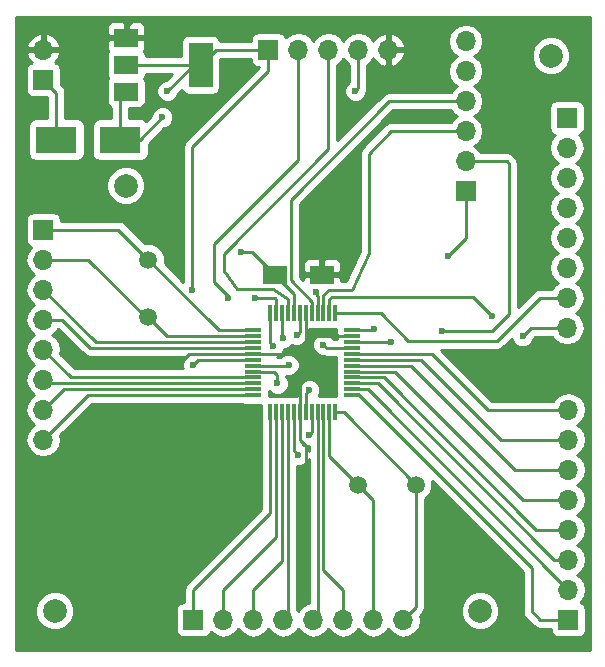
<source format=gtl>
G04 #@! TF.FileFunction,Copper,L1,Top,Signal*
%FSLAX46Y46*%
G04 Gerber Fmt 4.6, Leading zero omitted, Abs format (unit mm)*
G04 Created by KiCad (PCBNEW 4.0.6) date 02/19/18 18:11:22*
%MOMM*%
%LPD*%
G01*
G04 APERTURE LIST*
%ADD10C,0.100000*%
%ADD11C,2.000000*%
%ADD12R,3.500000X2.300000*%
%ADD13R,2.000000X3.800000*%
%ADD14R,2.000000X1.500000*%
%ADD15R,2.000000X1.600000*%
%ADD16R,1.700000X1.700000*%
%ADD17O,1.700000X1.700000*%
%ADD18R,1.450000X0.300000*%
%ADD19R,0.300000X1.450000*%
%ADD20C,1.500000*%
%ADD21C,0.600000*%
%ADD22C,0.250000*%
%ADD23C,0.254000*%
G04 APERTURE END LIST*
D10*
D11*
X156000000Y-64000000D03*
D12*
X119540000Y-71120000D03*
X114140000Y-71120000D03*
D13*
X126340000Y-64770000D03*
D14*
X120040000Y-64770000D03*
X120040000Y-67070000D03*
X120040000Y-62470000D03*
D15*
X132620000Y-82550000D03*
X136620000Y-82550000D03*
D16*
X113030000Y-66040000D03*
D17*
X113030000Y-63500000D03*
D18*
X130800000Y-87250000D03*
X130800000Y-87750000D03*
X130800000Y-88250000D03*
X130800000Y-88750000D03*
X130800000Y-89250000D03*
X130800000Y-89750000D03*
X130800000Y-90250000D03*
X130800000Y-90750000D03*
X130800000Y-91250000D03*
X130800000Y-92250000D03*
X130800000Y-92750000D03*
D19*
X132250000Y-94200000D03*
X132750000Y-94200000D03*
X133250000Y-94200000D03*
X133750000Y-94200000D03*
X134250000Y-94200000D03*
X134750000Y-94200000D03*
X135250000Y-94200000D03*
X135750000Y-94200000D03*
X136250000Y-94200000D03*
X136750000Y-94200000D03*
X137250000Y-94200000D03*
X137750000Y-94200000D03*
D18*
X130800000Y-91750000D03*
X139170000Y-92750000D03*
X139200000Y-92250000D03*
X139200000Y-91750000D03*
X139200000Y-91250000D03*
X139200000Y-90750000D03*
X139200000Y-90250000D03*
X139200000Y-89750000D03*
X139200000Y-89250000D03*
X139200000Y-88750000D03*
X139200000Y-87750000D03*
X139200000Y-87250000D03*
X139200000Y-88250000D03*
D19*
X137750000Y-85800000D03*
X137250000Y-85800000D03*
X136750000Y-85800000D03*
X136250000Y-85800000D03*
X135750000Y-85800000D03*
X135250000Y-85800000D03*
X134750000Y-85800000D03*
X134250000Y-85800000D03*
X133750000Y-85800000D03*
X133250000Y-85800000D03*
X132750000Y-85800000D03*
X132250000Y-85800000D03*
D20*
X121920000Y-81280000D03*
X121920000Y-86160000D03*
X139700000Y-100330000D03*
X144580000Y-100330000D03*
D16*
X113030000Y-78740000D03*
D17*
X113030000Y-81280000D03*
X113030000Y-83820000D03*
X113030000Y-86360000D03*
X113030000Y-88900000D03*
X113030000Y-91440000D03*
X113030000Y-93980000D03*
X113030000Y-96520000D03*
D16*
X125730000Y-111760000D03*
D17*
X128270000Y-111760000D03*
X130810000Y-111760000D03*
X133350000Y-111760000D03*
X135890000Y-111760000D03*
X138430000Y-111760000D03*
X140970000Y-111760000D03*
X143510000Y-111760000D03*
D16*
X148780500Y-75476100D03*
D17*
X148780500Y-72936100D03*
X148780500Y-70396100D03*
X148780500Y-67856100D03*
X148780500Y-65316100D03*
X148780500Y-62776100D03*
D16*
X157480000Y-111760000D03*
D17*
X157480000Y-109220000D03*
X157480000Y-106680000D03*
X157480000Y-104140000D03*
X157480000Y-101600000D03*
X157480000Y-99060000D03*
X157480000Y-96520000D03*
X157480000Y-93980000D03*
D16*
X157353000Y-69253100D03*
D17*
X157353000Y-71793100D03*
X157353000Y-74333100D03*
X157353000Y-76873100D03*
X157353000Y-79413100D03*
X157353000Y-81953100D03*
X157353000Y-84493100D03*
X157353000Y-87033100D03*
D16*
X132080000Y-63500000D03*
D17*
X134620000Y-63500000D03*
X137160000Y-63500000D03*
X139700000Y-63500000D03*
X142240000Y-63500000D03*
D11*
X114000000Y-111000000D03*
X150000000Y-111000000D03*
X120000000Y-75000000D03*
D21*
X135255000Y-99529900D03*
X124460000Y-90170000D03*
X125653800Y-83883500D03*
X123532900Y-66992500D03*
X125730000Y-90170000D03*
X136105900Y-83997800D03*
X139446000Y-67005200D03*
X134467600Y-87655400D03*
X129781300Y-80645000D03*
X141020800Y-87109300D03*
X134620000Y-97790000D03*
X123113800Y-69215000D03*
X147332700Y-80924400D03*
X136728200Y-88468200D03*
X142443200Y-88239600D03*
X146812000Y-87337900D03*
X133324600Y-87922100D03*
X128663700Y-84480400D03*
X130962400Y-84505800D03*
X132511800Y-88620600D03*
X133807200Y-90182700D03*
X132854700Y-91757500D03*
X135559800Y-92303600D03*
X135496300Y-96088200D03*
X153619200Y-87757000D03*
X150990300Y-86004400D03*
D22*
X139200000Y-87750000D02*
X135325500Y-87750000D01*
X135325500Y-87750000D02*
X135250000Y-87825500D01*
X130800000Y-89250000D02*
X134995400Y-89250000D01*
X134995400Y-89250000D02*
X135250000Y-89504600D01*
X135250000Y-85800000D02*
X135250000Y-87825500D01*
X135250000Y-87825500D02*
X135250000Y-89504600D01*
X135250000Y-89504600D02*
X135250000Y-90937000D01*
X135250000Y-90937000D02*
X134750000Y-91437000D01*
X134750000Y-91437000D02*
X134750000Y-94200000D01*
X134750000Y-94200000D02*
X134750000Y-96535700D01*
X135255000Y-97040700D02*
X135255000Y-99529900D01*
X134750000Y-96535700D02*
X135255000Y-97040700D01*
X130800000Y-89250000D02*
X125380000Y-89250000D01*
X125380000Y-89250000D02*
X124460000Y-90170000D01*
X142240000Y-63500000D02*
X142240000Y-60960000D01*
X120040000Y-61570000D02*
X120040000Y-62470000D01*
X120650000Y-60960000D02*
X120040000Y-61570000D01*
X142240000Y-60960000D02*
X120650000Y-60960000D01*
X113030000Y-63500000D02*
X113030000Y-60960000D01*
X113030000Y-60960000D02*
X114540000Y-62470000D01*
X114540000Y-62470000D02*
X120040000Y-62470000D01*
X132080000Y-63500000D02*
X132080000Y-65278000D01*
X125653800Y-71704200D02*
X125653800Y-83883500D01*
X132080000Y-65278000D02*
X125653800Y-71704200D01*
X123532900Y-66992500D02*
X125755400Y-64770000D01*
X125755400Y-64770000D02*
X126340000Y-64770000D01*
X130800000Y-89750000D02*
X126150000Y-89750000D01*
X126150000Y-89750000D02*
X125730000Y-90170000D01*
X132080000Y-63500000D02*
X127610000Y-63500000D01*
X127610000Y-63500000D02*
X126340000Y-64770000D01*
X120040000Y-64770000D02*
X126340000Y-64770000D01*
X113030000Y-78740000D02*
X119380000Y-78740000D01*
X119380000Y-78740000D02*
X121920000Y-81280000D01*
X127890000Y-87250000D02*
X130800000Y-87250000D01*
X119380000Y-78740000D02*
X127890000Y-87250000D01*
X130800000Y-87750000D02*
X123510000Y-87750000D01*
X123510000Y-87750000D02*
X121920000Y-86160000D01*
X121920000Y-86160000D02*
X121720000Y-86160000D01*
X121720000Y-86160000D02*
X116840000Y-81280000D01*
X116840000Y-81280000D02*
X113030000Y-81280000D01*
X140970000Y-111760000D02*
X140970000Y-101600000D01*
X140970000Y-101600000D02*
X139700000Y-100330000D01*
X137250000Y-94200000D02*
X137250000Y-97880000D01*
X137250000Y-97880000D02*
X139700000Y-100330000D01*
X144580000Y-100330000D02*
X144580000Y-110690000D01*
X144580000Y-110690000D02*
X143510000Y-111760000D01*
X137750000Y-94200000D02*
X138450000Y-94200000D01*
X138450000Y-94200000D02*
X144580000Y-100330000D01*
X136250000Y-85800000D02*
X136250000Y-84437900D01*
X136250000Y-84437900D02*
X136105900Y-83997800D01*
X139700000Y-66751200D02*
X139700000Y-63500000D01*
X139446000Y-67005200D02*
X139700000Y-66751200D01*
X134750000Y-85800000D02*
X134750000Y-87373000D01*
X134750000Y-87373000D02*
X134467600Y-87655400D01*
X132620000Y-82550000D02*
X134250000Y-84180000D01*
X134250000Y-85800000D02*
X134250000Y-84180000D01*
X130715000Y-80645000D02*
X129781300Y-80645000D01*
X134250000Y-84180000D02*
X130715000Y-80645000D01*
X140880100Y-87250000D02*
X139200000Y-87250000D01*
X141020800Y-87109300D02*
X140880100Y-87250000D01*
X134250000Y-94200000D02*
X134250000Y-97420000D01*
X134250000Y-97420000D02*
X134620000Y-97790000D01*
X119540000Y-71120000D02*
X121208800Y-71120000D01*
X121208800Y-71120000D02*
X123113800Y-69215000D01*
X119540000Y-71120000D02*
X119540000Y-67570000D01*
X119540000Y-67570000D02*
X120040000Y-67070000D01*
X114140000Y-71120000D02*
X114140000Y-67150000D01*
X114140000Y-67150000D02*
X113030000Y-66040000D01*
X130800000Y-88250000D02*
X117460000Y-88250000D01*
X117460000Y-88250000D02*
X113030000Y-83820000D01*
X130800000Y-88750000D02*
X116990000Y-88750000D01*
X114600000Y-86360000D02*
X113030000Y-86360000D01*
X116990000Y-88750000D02*
X114600000Y-86360000D01*
X130800000Y-91250000D02*
X115380000Y-91250000D01*
X115380000Y-91250000D02*
X113030000Y-88900000D01*
X130800000Y-91750000D02*
X113340000Y-91750000D01*
X113340000Y-91750000D02*
X113030000Y-91440000D01*
X130800000Y-92250000D02*
X114760000Y-92250000D01*
X114760000Y-92250000D02*
X113030000Y-93980000D01*
X130800000Y-92750000D02*
X116800000Y-92750000D01*
X116800000Y-92750000D02*
X113030000Y-96520000D01*
X132250000Y-94200000D02*
X132250000Y-102700000D01*
X125730000Y-109220000D02*
X125730000Y-111760000D01*
X132250000Y-102700000D02*
X125730000Y-109220000D01*
X132750000Y-94200000D02*
X132750000Y-104740000D01*
X128270000Y-109220000D02*
X128270000Y-111760000D01*
X132750000Y-104740000D02*
X128270000Y-109220000D01*
X133250000Y-94200000D02*
X133250000Y-106780000D01*
X130810000Y-109220000D02*
X130810000Y-111760000D01*
X133250000Y-106780000D02*
X130810000Y-109220000D01*
X133750000Y-94200000D02*
X133750000Y-111360000D01*
X133750000Y-111360000D02*
X133350000Y-111760000D01*
X136250000Y-94200000D02*
X136250000Y-111400000D01*
X136250000Y-111400000D02*
X135890000Y-111760000D01*
X136750000Y-94200000D02*
X136750000Y-107540000D01*
X138430000Y-109220000D02*
X138430000Y-111760000D01*
X136750000Y-107540000D02*
X138430000Y-109220000D01*
X139200000Y-88750000D02*
X137010000Y-88750000D01*
X148780500Y-79476600D02*
X148780500Y-75476100D01*
X147332700Y-80924400D02*
X148780500Y-79476600D01*
X137010000Y-88750000D02*
X136728200Y-88468200D01*
X148780500Y-72936100D02*
X152247600Y-72936100D01*
X142432800Y-88250000D02*
X139200000Y-88250000D01*
X142443200Y-88239600D02*
X142432800Y-88250000D01*
X151003000Y-87337900D02*
X146812000Y-87337900D01*
X152463500Y-85877400D02*
X151003000Y-87337900D01*
X152463500Y-73152000D02*
X152463500Y-85877400D01*
X152247600Y-72936100D02*
X152463500Y-73152000D01*
X146850100Y-70370700D02*
X148755100Y-70370700D01*
X148755100Y-70370700D02*
X148780500Y-70396100D01*
X136750000Y-85800000D02*
X136750000Y-84280800D01*
X142430500Y-70370700D02*
X146850100Y-70370700D01*
X146850100Y-70370700D02*
X146913600Y-70370700D01*
X140589000Y-72351900D02*
X142430500Y-70370700D01*
X140589000Y-80695800D02*
X140589000Y-72351900D01*
X139192000Y-83845400D02*
X140589000Y-80695800D01*
X137185400Y-83845400D02*
X139192000Y-83845400D01*
X136750000Y-84280800D02*
X137185400Y-83845400D01*
X135750000Y-85800000D02*
X135750000Y-84823000D01*
X142316200Y-67856100D02*
X148780500Y-67856100D01*
X133959600Y-76212700D02*
X142316200Y-67856100D01*
X133959600Y-83032600D02*
X133959600Y-76212700D01*
X135750000Y-84823000D02*
X133959600Y-83032600D01*
X133750000Y-85800000D02*
X133750000Y-84613700D01*
X137160000Y-71945500D02*
X137160000Y-63500000D01*
X128333500Y-80772000D02*
X137160000Y-71945500D01*
X128333500Y-82245200D02*
X128333500Y-80772000D01*
X129463800Y-83769200D02*
X128333500Y-82245200D01*
X132511800Y-83769200D02*
X129463800Y-83769200D01*
X133750000Y-84613700D02*
X132511800Y-83769200D01*
X134620000Y-63500000D02*
X134620000Y-72796400D01*
X133250000Y-87847500D02*
X133250000Y-85800000D01*
X133324600Y-87922100D02*
X133250000Y-87847500D01*
X128663700Y-84353400D02*
X128663700Y-84480400D01*
X127469900Y-83159600D02*
X128663700Y-84353400D01*
X127469900Y-79946500D02*
X127469900Y-83159600D01*
X134620000Y-72796400D02*
X127469900Y-79946500D01*
X139170000Y-92750000D02*
X139765400Y-92750000D01*
X139765400Y-92750000D02*
X154381200Y-107365800D01*
X154381200Y-107365800D02*
X154381200Y-111061500D01*
X154381200Y-111061500D02*
X155079700Y-111760000D01*
X155079700Y-111760000D02*
X157480000Y-111760000D01*
X139200000Y-92250000D02*
X140510000Y-92250000D01*
X140510000Y-92250000D02*
X157480000Y-109220000D01*
X139200000Y-91750000D02*
X141356200Y-91750000D01*
X156286200Y-106680000D02*
X157480000Y-106680000D01*
X141356200Y-91750000D02*
X156286200Y-106680000D01*
X139200000Y-91250000D02*
X141884900Y-91250000D01*
X154774900Y-104140000D02*
X157480000Y-104140000D01*
X141884900Y-91250000D02*
X154774900Y-104140000D01*
X139200000Y-90750000D02*
X142794600Y-90750000D01*
X153644600Y-101600000D02*
X157480000Y-101600000D01*
X142794600Y-90750000D02*
X153644600Y-101600000D01*
X139200000Y-90250000D02*
X144123400Y-90250000D01*
X152933400Y-99060000D02*
X157480000Y-99060000D01*
X144123400Y-90250000D02*
X152933400Y-99060000D01*
X139200000Y-89750000D02*
X144995000Y-89750000D01*
X151765000Y-96520000D02*
X157480000Y-96520000D01*
X144995000Y-89750000D02*
X151765000Y-96520000D01*
X139200000Y-89250000D02*
X145942800Y-89250000D01*
X150672800Y-93980000D02*
X157480000Y-93980000D01*
X145942800Y-89250000D02*
X150672800Y-93980000D01*
X132750000Y-85800000D02*
X132750000Y-84642400D01*
X132613400Y-84505800D02*
X130962400Y-84505800D01*
X132750000Y-84642400D02*
X132613400Y-84505800D01*
X132250000Y-85800000D02*
X132250000Y-88358800D01*
X132250000Y-88358800D02*
X132511800Y-88620600D01*
X130800000Y-90250000D02*
X133739900Y-90250000D01*
X133739900Y-90250000D02*
X133807200Y-90182700D01*
X130800000Y-90750000D02*
X132545700Y-90750000D01*
X132854700Y-91059000D02*
X132854700Y-91757500D01*
X132545700Y-90750000D02*
X132854700Y-91059000D01*
X135250000Y-94200000D02*
X135250000Y-92613400D01*
X135250000Y-92613400D02*
X135559800Y-92303600D01*
X135750000Y-94200000D02*
X135750000Y-95834500D01*
X135750000Y-95834500D02*
X135496300Y-96088200D01*
X137750000Y-85800000D02*
X141578400Y-85800000D01*
X155079700Y-84493100D02*
X157353000Y-84493100D01*
X151409400Y-88163400D02*
X155079700Y-84493100D01*
X143941800Y-88163400D02*
X151409400Y-88163400D01*
X141578400Y-85800000D02*
X143941800Y-88163400D01*
X137250000Y-85800000D02*
X137250000Y-84631700D01*
X154343100Y-87033100D02*
X157353000Y-87033100D01*
X153619200Y-87757000D02*
X154343100Y-87033100D01*
X149415500Y-84429600D02*
X150990300Y-86004400D01*
X137452100Y-84429600D02*
X149415500Y-84429600D01*
X137250000Y-84631700D02*
X137452100Y-84429600D01*
D23*
G36*
X159290000Y-114290000D02*
X110710000Y-114290000D01*
X110710000Y-111323795D01*
X112364716Y-111323795D01*
X112613106Y-111924943D01*
X113072637Y-112385278D01*
X113673352Y-112634716D01*
X114323795Y-112635284D01*
X114924943Y-112386894D01*
X115385278Y-111927363D01*
X115634716Y-111326648D01*
X115635284Y-110676205D01*
X115386894Y-110075057D01*
X114927363Y-109614722D01*
X114326648Y-109365284D01*
X113676205Y-109364716D01*
X113075057Y-109613106D01*
X112614722Y-110072637D01*
X112365284Y-110673352D01*
X112364716Y-111323795D01*
X110710000Y-111323795D01*
X110710000Y-81280000D01*
X111515907Y-81280000D01*
X111628946Y-81848285D01*
X111950853Y-82330054D01*
X112280026Y-82550000D01*
X111950853Y-82769946D01*
X111628946Y-83251715D01*
X111515907Y-83820000D01*
X111628946Y-84388285D01*
X111950853Y-84870054D01*
X112280026Y-85090000D01*
X111950853Y-85309946D01*
X111628946Y-85791715D01*
X111515907Y-86360000D01*
X111628946Y-86928285D01*
X111950853Y-87410054D01*
X112280026Y-87630000D01*
X111950853Y-87849946D01*
X111628946Y-88331715D01*
X111515907Y-88900000D01*
X111628946Y-89468285D01*
X111950853Y-89950054D01*
X112280026Y-90170000D01*
X111950853Y-90389946D01*
X111628946Y-90871715D01*
X111515907Y-91440000D01*
X111628946Y-92008285D01*
X111950853Y-92490054D01*
X112280026Y-92710000D01*
X111950853Y-92929946D01*
X111628946Y-93411715D01*
X111515907Y-93980000D01*
X111628946Y-94548285D01*
X111950853Y-95030054D01*
X112280026Y-95250000D01*
X111950853Y-95469946D01*
X111628946Y-95951715D01*
X111515907Y-96520000D01*
X111628946Y-97088285D01*
X111950853Y-97570054D01*
X112432622Y-97891961D01*
X113000907Y-98005000D01*
X113059093Y-98005000D01*
X113627378Y-97891961D01*
X114109147Y-97570054D01*
X114431054Y-97088285D01*
X114544093Y-96520000D01*
X114471210Y-96153592D01*
X117114802Y-93510000D01*
X129890116Y-93510000D01*
X130075000Y-93547440D01*
X131452560Y-93547440D01*
X131452560Y-94925000D01*
X131490000Y-95123976D01*
X131490000Y-102385198D01*
X125192599Y-108682599D01*
X125027852Y-108929161D01*
X124970000Y-109220000D01*
X124970000Y-110262560D01*
X124880000Y-110262560D01*
X124644683Y-110306838D01*
X124428559Y-110445910D01*
X124283569Y-110658110D01*
X124232560Y-110910000D01*
X124232560Y-112610000D01*
X124276838Y-112845317D01*
X124415910Y-113061441D01*
X124628110Y-113206431D01*
X124880000Y-113257440D01*
X126580000Y-113257440D01*
X126815317Y-113213162D01*
X127031441Y-113074090D01*
X127176431Y-112861890D01*
X127190086Y-112794459D01*
X127219946Y-112839147D01*
X127701715Y-113161054D01*
X128270000Y-113274093D01*
X128838285Y-113161054D01*
X129320054Y-112839147D01*
X129540000Y-112509974D01*
X129759946Y-112839147D01*
X130241715Y-113161054D01*
X130810000Y-113274093D01*
X131378285Y-113161054D01*
X131860054Y-112839147D01*
X132080000Y-112509974D01*
X132299946Y-112839147D01*
X132781715Y-113161054D01*
X133350000Y-113274093D01*
X133918285Y-113161054D01*
X134400054Y-112839147D01*
X134620000Y-112509974D01*
X134839946Y-112839147D01*
X135321715Y-113161054D01*
X135890000Y-113274093D01*
X136458285Y-113161054D01*
X136940054Y-112839147D01*
X137160000Y-112509974D01*
X137379946Y-112839147D01*
X137861715Y-113161054D01*
X138430000Y-113274093D01*
X138998285Y-113161054D01*
X139480054Y-112839147D01*
X139700000Y-112509974D01*
X139919946Y-112839147D01*
X140401715Y-113161054D01*
X140970000Y-113274093D01*
X141538285Y-113161054D01*
X142020054Y-112839147D01*
X142240000Y-112509974D01*
X142459946Y-112839147D01*
X142941715Y-113161054D01*
X143510000Y-113274093D01*
X144078285Y-113161054D01*
X144560054Y-112839147D01*
X144881961Y-112357378D01*
X144995000Y-111789093D01*
X144995000Y-111730907D01*
X144931771Y-111413031D01*
X145021007Y-111323795D01*
X148364716Y-111323795D01*
X148613106Y-111924943D01*
X149072637Y-112385278D01*
X149673352Y-112634716D01*
X150323795Y-112635284D01*
X150924943Y-112386894D01*
X151385278Y-111927363D01*
X151634716Y-111326648D01*
X151635284Y-110676205D01*
X151386894Y-110075057D01*
X150927363Y-109614722D01*
X150326648Y-109365284D01*
X149676205Y-109364716D01*
X149075057Y-109613106D01*
X148614722Y-110072637D01*
X148365284Y-110673352D01*
X148364716Y-111323795D01*
X145021007Y-111323795D01*
X145117401Y-111227401D01*
X145282148Y-110980839D01*
X145340000Y-110690000D01*
X145340000Y-101514547D01*
X145363515Y-101504831D01*
X145753461Y-101115564D01*
X145964759Y-100606702D01*
X145965240Y-100055715D01*
X145943361Y-100002763D01*
X153621200Y-107680602D01*
X153621200Y-111061500D01*
X153679052Y-111352339D01*
X153843799Y-111598901D01*
X154542299Y-112297401D01*
X154788860Y-112462148D01*
X155079700Y-112520000D01*
X155982560Y-112520000D01*
X155982560Y-112610000D01*
X156026838Y-112845317D01*
X156165910Y-113061441D01*
X156378110Y-113206431D01*
X156630000Y-113257440D01*
X158330000Y-113257440D01*
X158565317Y-113213162D01*
X158781441Y-113074090D01*
X158926431Y-112861890D01*
X158977440Y-112610000D01*
X158977440Y-110910000D01*
X158933162Y-110674683D01*
X158794090Y-110458559D01*
X158581890Y-110313569D01*
X158514459Y-110299914D01*
X158559147Y-110270054D01*
X158881054Y-109788285D01*
X158994093Y-109220000D01*
X158881054Y-108651715D01*
X158559147Y-108169946D01*
X158229974Y-107950000D01*
X158559147Y-107730054D01*
X158881054Y-107248285D01*
X158994093Y-106680000D01*
X158881054Y-106111715D01*
X158559147Y-105629946D01*
X158229974Y-105410000D01*
X158559147Y-105190054D01*
X158881054Y-104708285D01*
X158994093Y-104140000D01*
X158881054Y-103571715D01*
X158559147Y-103089946D01*
X158229974Y-102870000D01*
X158559147Y-102650054D01*
X158881054Y-102168285D01*
X158994093Y-101600000D01*
X158881054Y-101031715D01*
X158559147Y-100549946D01*
X158229974Y-100330000D01*
X158559147Y-100110054D01*
X158881054Y-99628285D01*
X158994093Y-99060000D01*
X158881054Y-98491715D01*
X158559147Y-98009946D01*
X158229974Y-97790000D01*
X158559147Y-97570054D01*
X158881054Y-97088285D01*
X158994093Y-96520000D01*
X158881054Y-95951715D01*
X158559147Y-95469946D01*
X158229974Y-95250000D01*
X158559147Y-95030054D01*
X158881054Y-94548285D01*
X158994093Y-93980000D01*
X158881054Y-93411715D01*
X158559147Y-92929946D01*
X158077378Y-92608039D01*
X157509093Y-92495000D01*
X157450907Y-92495000D01*
X156882622Y-92608039D01*
X156400853Y-92929946D01*
X156207046Y-93220000D01*
X150987602Y-93220000D01*
X146691002Y-88923400D01*
X151409400Y-88923400D01*
X151700239Y-88865548D01*
X151946801Y-88700801D01*
X152690294Y-87957308D01*
X152826083Y-88285943D01*
X153088873Y-88549192D01*
X153432401Y-88691838D01*
X153804367Y-88692162D01*
X154148143Y-88550117D01*
X154411392Y-88287327D01*
X154554038Y-87943799D01*
X154554079Y-87896923D01*
X154657902Y-87793100D01*
X156080046Y-87793100D01*
X156273853Y-88083154D01*
X156755622Y-88405061D01*
X157323907Y-88518100D01*
X157382093Y-88518100D01*
X157950378Y-88405061D01*
X158432147Y-88083154D01*
X158754054Y-87601385D01*
X158867093Y-87033100D01*
X158754054Y-86464815D01*
X158432147Y-85983046D01*
X158102974Y-85763100D01*
X158432147Y-85543154D01*
X158754054Y-85061385D01*
X158867093Y-84493100D01*
X158754054Y-83924815D01*
X158432147Y-83443046D01*
X158102974Y-83223100D01*
X158432147Y-83003154D01*
X158754054Y-82521385D01*
X158867093Y-81953100D01*
X158754054Y-81384815D01*
X158432147Y-80903046D01*
X158102974Y-80683100D01*
X158432147Y-80463154D01*
X158754054Y-79981385D01*
X158867093Y-79413100D01*
X158754054Y-78844815D01*
X158432147Y-78363046D01*
X158102974Y-78143100D01*
X158432147Y-77923154D01*
X158754054Y-77441385D01*
X158867093Y-76873100D01*
X158754054Y-76304815D01*
X158432147Y-75823046D01*
X158102974Y-75603100D01*
X158432147Y-75383154D01*
X158754054Y-74901385D01*
X158867093Y-74333100D01*
X158754054Y-73764815D01*
X158432147Y-73283046D01*
X158102974Y-73063100D01*
X158432147Y-72843154D01*
X158754054Y-72361385D01*
X158867093Y-71793100D01*
X158754054Y-71224815D01*
X158432147Y-70743046D01*
X158390548Y-70715250D01*
X158438317Y-70706262D01*
X158654441Y-70567190D01*
X158799431Y-70354990D01*
X158850440Y-70103100D01*
X158850440Y-68403100D01*
X158806162Y-68167783D01*
X158667090Y-67951659D01*
X158454890Y-67806669D01*
X158203000Y-67755660D01*
X156503000Y-67755660D01*
X156267683Y-67799938D01*
X156051559Y-67939010D01*
X155906569Y-68151210D01*
X155855560Y-68403100D01*
X155855560Y-70103100D01*
X155899838Y-70338417D01*
X156038910Y-70554541D01*
X156251110Y-70699531D01*
X156318541Y-70713186D01*
X156273853Y-70743046D01*
X155951946Y-71224815D01*
X155838907Y-71793100D01*
X155951946Y-72361385D01*
X156273853Y-72843154D01*
X156603026Y-73063100D01*
X156273853Y-73283046D01*
X155951946Y-73764815D01*
X155838907Y-74333100D01*
X155951946Y-74901385D01*
X156273853Y-75383154D01*
X156603026Y-75603100D01*
X156273853Y-75823046D01*
X155951946Y-76304815D01*
X155838907Y-76873100D01*
X155951946Y-77441385D01*
X156273853Y-77923154D01*
X156603026Y-78143100D01*
X156273853Y-78363046D01*
X155951946Y-78844815D01*
X155838907Y-79413100D01*
X155951946Y-79981385D01*
X156273853Y-80463154D01*
X156603026Y-80683100D01*
X156273853Y-80903046D01*
X155951946Y-81384815D01*
X155838907Y-81953100D01*
X155951946Y-82521385D01*
X156273853Y-83003154D01*
X156603026Y-83223100D01*
X156273853Y-83443046D01*
X156080046Y-83733100D01*
X155079700Y-83733100D01*
X154788861Y-83790952D01*
X154542299Y-83955699D01*
X153223500Y-85274498D01*
X153223500Y-73152000D01*
X153165648Y-72861161D01*
X153000901Y-72614599D01*
X152785001Y-72398699D01*
X152538439Y-72233952D01*
X152247600Y-72176100D01*
X150053454Y-72176100D01*
X149859647Y-71886046D01*
X149530474Y-71666100D01*
X149859647Y-71446154D01*
X150181554Y-70964385D01*
X150294593Y-70396100D01*
X150181554Y-69827815D01*
X149859647Y-69346046D01*
X149530474Y-69126100D01*
X149859647Y-68906154D01*
X150181554Y-68424385D01*
X150294593Y-67856100D01*
X150181554Y-67287815D01*
X149859647Y-66806046D01*
X149530474Y-66586100D01*
X149859647Y-66366154D01*
X150181554Y-65884385D01*
X150294593Y-65316100D01*
X150181554Y-64747815D01*
X149898234Y-64323795D01*
X154364716Y-64323795D01*
X154613106Y-64924943D01*
X155072637Y-65385278D01*
X155673352Y-65634716D01*
X156323795Y-65635284D01*
X156924943Y-65386894D01*
X157385278Y-64927363D01*
X157634716Y-64326648D01*
X157635284Y-63676205D01*
X157386894Y-63075057D01*
X156927363Y-62614722D01*
X156326648Y-62365284D01*
X155676205Y-62364716D01*
X155075057Y-62613106D01*
X154614722Y-63072637D01*
X154365284Y-63673352D01*
X154364716Y-64323795D01*
X149898234Y-64323795D01*
X149859647Y-64266046D01*
X149530474Y-64046100D01*
X149859647Y-63826154D01*
X150181554Y-63344385D01*
X150294593Y-62776100D01*
X150181554Y-62207815D01*
X149859647Y-61726046D01*
X149377878Y-61404139D01*
X148809593Y-61291100D01*
X148751407Y-61291100D01*
X148183122Y-61404139D01*
X147701353Y-61726046D01*
X147379446Y-62207815D01*
X147266407Y-62776100D01*
X147379446Y-63344385D01*
X147701353Y-63826154D01*
X148030526Y-64046100D01*
X147701353Y-64266046D01*
X147379446Y-64747815D01*
X147266407Y-65316100D01*
X147379446Y-65884385D01*
X147701353Y-66366154D01*
X148030526Y-66586100D01*
X147701353Y-66806046D01*
X147507546Y-67096100D01*
X142316200Y-67096100D01*
X142025361Y-67153952D01*
X141778799Y-67318699D01*
X137920000Y-71177498D01*
X137920000Y-64772954D01*
X138210054Y-64579147D01*
X138430000Y-64249974D01*
X138649946Y-64579147D01*
X138940000Y-64772954D01*
X138940000Y-66202603D01*
X138917057Y-66212083D01*
X138653808Y-66474873D01*
X138511162Y-66818401D01*
X138510838Y-67190367D01*
X138652883Y-67534143D01*
X138915673Y-67797392D01*
X139259201Y-67940038D01*
X139631167Y-67940362D01*
X139974943Y-67798317D01*
X140238192Y-67535527D01*
X140380838Y-67191999D01*
X140380941Y-67073779D01*
X140402148Y-67042040D01*
X140460000Y-66751200D01*
X140460000Y-64772954D01*
X140750054Y-64579147D01*
X140977702Y-64238447D01*
X141044817Y-64381358D01*
X141473076Y-64771645D01*
X141883110Y-64941476D01*
X142113000Y-64820155D01*
X142113000Y-63627000D01*
X142367000Y-63627000D01*
X142367000Y-64820155D01*
X142596890Y-64941476D01*
X143006924Y-64771645D01*
X143435183Y-64381358D01*
X143681486Y-63856892D01*
X143560819Y-63627000D01*
X142367000Y-63627000D01*
X142113000Y-63627000D01*
X142093000Y-63627000D01*
X142093000Y-63373000D01*
X142113000Y-63373000D01*
X142113000Y-62179845D01*
X142367000Y-62179845D01*
X142367000Y-63373000D01*
X143560819Y-63373000D01*
X143681486Y-63143108D01*
X143435183Y-62618642D01*
X143006924Y-62228355D01*
X142596890Y-62058524D01*
X142367000Y-62179845D01*
X142113000Y-62179845D01*
X141883110Y-62058524D01*
X141473076Y-62228355D01*
X141044817Y-62618642D01*
X140977702Y-62761553D01*
X140750054Y-62420853D01*
X140268285Y-62098946D01*
X139700000Y-61985907D01*
X139131715Y-62098946D01*
X138649946Y-62420853D01*
X138430000Y-62750026D01*
X138210054Y-62420853D01*
X137728285Y-62098946D01*
X137160000Y-61985907D01*
X136591715Y-62098946D01*
X136109946Y-62420853D01*
X135890000Y-62750026D01*
X135670054Y-62420853D01*
X135188285Y-62098946D01*
X134620000Y-61985907D01*
X134051715Y-62098946D01*
X133569946Y-62420853D01*
X133542150Y-62462452D01*
X133533162Y-62414683D01*
X133394090Y-62198559D01*
X133181890Y-62053569D01*
X132930000Y-62002560D01*
X131230000Y-62002560D01*
X130994683Y-62046838D01*
X130778559Y-62185910D01*
X130633569Y-62398110D01*
X130582560Y-62650000D01*
X130582560Y-62740000D01*
X127962979Y-62740000D01*
X127943162Y-62634683D01*
X127804090Y-62418559D01*
X127591890Y-62273569D01*
X127340000Y-62222560D01*
X125340000Y-62222560D01*
X125104683Y-62266838D01*
X124888559Y-62405910D01*
X124743569Y-62618110D01*
X124692560Y-62870000D01*
X124692560Y-64010000D01*
X121685558Y-64010000D01*
X121643162Y-63784683D01*
X121537518Y-63620508D01*
X121578327Y-63579699D01*
X121675000Y-63346310D01*
X121675000Y-62755750D01*
X121516250Y-62597000D01*
X120167000Y-62597000D01*
X120167000Y-62617000D01*
X119913000Y-62617000D01*
X119913000Y-62597000D01*
X118563750Y-62597000D01*
X118405000Y-62755750D01*
X118405000Y-63346310D01*
X118501673Y-63579699D01*
X118543634Y-63621660D01*
X118443569Y-63768110D01*
X118392560Y-64020000D01*
X118392560Y-65520000D01*
X118436838Y-65755317D01*
X118543759Y-65921477D01*
X118443569Y-66068110D01*
X118392560Y-66320000D01*
X118392560Y-67820000D01*
X118436838Y-68055317D01*
X118575910Y-68271441D01*
X118780000Y-68410890D01*
X118780000Y-69322560D01*
X117790000Y-69322560D01*
X117554683Y-69366838D01*
X117338559Y-69505910D01*
X117193569Y-69718110D01*
X117142560Y-69970000D01*
X117142560Y-72270000D01*
X117186838Y-72505317D01*
X117325910Y-72721441D01*
X117538110Y-72866431D01*
X117790000Y-72917440D01*
X121290000Y-72917440D01*
X121525317Y-72873162D01*
X121741441Y-72734090D01*
X121886431Y-72521890D01*
X121937440Y-72270000D01*
X121937440Y-71466162D01*
X123253480Y-70150122D01*
X123298967Y-70150162D01*
X123642743Y-70008117D01*
X123905992Y-69745327D01*
X124048638Y-69401799D01*
X124048962Y-69029833D01*
X123906917Y-68686057D01*
X123644127Y-68422808D01*
X123300599Y-68280162D01*
X122928633Y-68279838D01*
X122584857Y-68421883D01*
X122321608Y-68684673D01*
X122178962Y-69028201D01*
X122178921Y-69075077D01*
X121743010Y-69510988D01*
X121541890Y-69373569D01*
X121290000Y-69322560D01*
X120300000Y-69322560D01*
X120300000Y-68467440D01*
X121040000Y-68467440D01*
X121275317Y-68423162D01*
X121491441Y-68284090D01*
X121636431Y-68071890D01*
X121687440Y-67820000D01*
X121687440Y-66320000D01*
X121643162Y-66084683D01*
X121536241Y-65918523D01*
X121636431Y-65771890D01*
X121685415Y-65530000D01*
X123920598Y-65530000D01*
X123393220Y-66057378D01*
X123347733Y-66057338D01*
X123003957Y-66199383D01*
X122740708Y-66462173D01*
X122598062Y-66805701D01*
X122597738Y-67177667D01*
X122739783Y-67521443D01*
X123002573Y-67784692D01*
X123346101Y-67927338D01*
X123718067Y-67927662D01*
X124061843Y-67785617D01*
X124325092Y-67522827D01*
X124467738Y-67179299D01*
X124467779Y-67132423D01*
X124730194Y-66870008D01*
X124736838Y-66905317D01*
X124875910Y-67121441D01*
X125088110Y-67266431D01*
X125340000Y-67317440D01*
X127340000Y-67317440D01*
X127575317Y-67273162D01*
X127791441Y-67134090D01*
X127936431Y-66921890D01*
X127987440Y-66670000D01*
X127987440Y-64260000D01*
X130582560Y-64260000D01*
X130582560Y-64350000D01*
X130626838Y-64585317D01*
X130765910Y-64801441D01*
X130978110Y-64946431D01*
X131230000Y-64997440D01*
X131285758Y-64997440D01*
X125116399Y-71166799D01*
X124951652Y-71413361D01*
X124893800Y-71704200D01*
X124893800Y-83178998D01*
X123295002Y-81580200D01*
X123304759Y-81556702D01*
X123305240Y-81005715D01*
X123094831Y-80496485D01*
X122705564Y-80106539D01*
X122196702Y-79895241D01*
X121645715Y-79894760D01*
X121620132Y-79905330D01*
X119917401Y-78202599D01*
X119670839Y-78037852D01*
X119380000Y-77980000D01*
X114527440Y-77980000D01*
X114527440Y-77890000D01*
X114483162Y-77654683D01*
X114344090Y-77438559D01*
X114131890Y-77293569D01*
X113880000Y-77242560D01*
X112180000Y-77242560D01*
X111944683Y-77286838D01*
X111728559Y-77425910D01*
X111583569Y-77638110D01*
X111532560Y-77890000D01*
X111532560Y-79590000D01*
X111576838Y-79825317D01*
X111715910Y-80041441D01*
X111928110Y-80186431D01*
X111995541Y-80200086D01*
X111950853Y-80229946D01*
X111628946Y-80711715D01*
X111515907Y-81280000D01*
X110710000Y-81280000D01*
X110710000Y-75323795D01*
X118364716Y-75323795D01*
X118613106Y-75924943D01*
X119072637Y-76385278D01*
X119673352Y-76634716D01*
X120323795Y-76635284D01*
X120924943Y-76386894D01*
X121385278Y-75927363D01*
X121634716Y-75326648D01*
X121635284Y-74676205D01*
X121386894Y-74075057D01*
X120927363Y-73614722D01*
X120326648Y-73365284D01*
X119676205Y-73364716D01*
X119075057Y-73613106D01*
X118614722Y-74072637D01*
X118365284Y-74673352D01*
X118364716Y-75323795D01*
X110710000Y-75323795D01*
X110710000Y-65190000D01*
X111532560Y-65190000D01*
X111532560Y-66890000D01*
X111576838Y-67125317D01*
X111715910Y-67341441D01*
X111928110Y-67486431D01*
X112180000Y-67537440D01*
X113380000Y-67537440D01*
X113380000Y-69322560D01*
X112390000Y-69322560D01*
X112154683Y-69366838D01*
X111938559Y-69505910D01*
X111793569Y-69718110D01*
X111742560Y-69970000D01*
X111742560Y-72270000D01*
X111786838Y-72505317D01*
X111925910Y-72721441D01*
X112138110Y-72866431D01*
X112390000Y-72917440D01*
X115890000Y-72917440D01*
X116125317Y-72873162D01*
X116341441Y-72734090D01*
X116486431Y-72521890D01*
X116537440Y-72270000D01*
X116537440Y-69970000D01*
X116493162Y-69734683D01*
X116354090Y-69518559D01*
X116141890Y-69373569D01*
X115890000Y-69322560D01*
X114900000Y-69322560D01*
X114900000Y-67150000D01*
X114842148Y-66859161D01*
X114677401Y-66612599D01*
X114527440Y-66462638D01*
X114527440Y-65190000D01*
X114483162Y-64954683D01*
X114344090Y-64738559D01*
X114131890Y-64593569D01*
X114023893Y-64571699D01*
X114301645Y-64266924D01*
X114471476Y-63856890D01*
X114350155Y-63627000D01*
X113157000Y-63627000D01*
X113157000Y-63647000D01*
X112903000Y-63647000D01*
X112903000Y-63627000D01*
X111709845Y-63627000D01*
X111588524Y-63856890D01*
X111758355Y-64266924D01*
X112034501Y-64569937D01*
X111944683Y-64586838D01*
X111728559Y-64725910D01*
X111583569Y-64938110D01*
X111532560Y-65190000D01*
X110710000Y-65190000D01*
X110710000Y-63143110D01*
X111588524Y-63143110D01*
X111709845Y-63373000D01*
X112903000Y-63373000D01*
X112903000Y-62179181D01*
X113157000Y-62179181D01*
X113157000Y-63373000D01*
X114350155Y-63373000D01*
X114471476Y-63143110D01*
X114301645Y-62733076D01*
X113911358Y-62304817D01*
X113386892Y-62058514D01*
X113157000Y-62179181D01*
X112903000Y-62179181D01*
X112673108Y-62058514D01*
X112148642Y-62304817D01*
X111758355Y-62733076D01*
X111588524Y-63143110D01*
X110710000Y-63143110D01*
X110710000Y-61593690D01*
X118405000Y-61593690D01*
X118405000Y-62184250D01*
X118563750Y-62343000D01*
X119913000Y-62343000D01*
X119913000Y-61243750D01*
X120167000Y-61243750D01*
X120167000Y-62343000D01*
X121516250Y-62343000D01*
X121675000Y-62184250D01*
X121675000Y-61593690D01*
X121578327Y-61360301D01*
X121399698Y-61181673D01*
X121166309Y-61085000D01*
X120325750Y-61085000D01*
X120167000Y-61243750D01*
X119913000Y-61243750D01*
X119754250Y-61085000D01*
X118913691Y-61085000D01*
X118680302Y-61181673D01*
X118501673Y-61360301D01*
X118405000Y-61593690D01*
X110710000Y-61593690D01*
X110710000Y-60710000D01*
X159290000Y-60710000D01*
X159290000Y-114290000D01*
X159290000Y-114290000D01*
G37*
X159290000Y-114290000D02*
X110710000Y-114290000D01*
X110710000Y-111323795D01*
X112364716Y-111323795D01*
X112613106Y-111924943D01*
X113072637Y-112385278D01*
X113673352Y-112634716D01*
X114323795Y-112635284D01*
X114924943Y-112386894D01*
X115385278Y-111927363D01*
X115634716Y-111326648D01*
X115635284Y-110676205D01*
X115386894Y-110075057D01*
X114927363Y-109614722D01*
X114326648Y-109365284D01*
X113676205Y-109364716D01*
X113075057Y-109613106D01*
X112614722Y-110072637D01*
X112365284Y-110673352D01*
X112364716Y-111323795D01*
X110710000Y-111323795D01*
X110710000Y-81280000D01*
X111515907Y-81280000D01*
X111628946Y-81848285D01*
X111950853Y-82330054D01*
X112280026Y-82550000D01*
X111950853Y-82769946D01*
X111628946Y-83251715D01*
X111515907Y-83820000D01*
X111628946Y-84388285D01*
X111950853Y-84870054D01*
X112280026Y-85090000D01*
X111950853Y-85309946D01*
X111628946Y-85791715D01*
X111515907Y-86360000D01*
X111628946Y-86928285D01*
X111950853Y-87410054D01*
X112280026Y-87630000D01*
X111950853Y-87849946D01*
X111628946Y-88331715D01*
X111515907Y-88900000D01*
X111628946Y-89468285D01*
X111950853Y-89950054D01*
X112280026Y-90170000D01*
X111950853Y-90389946D01*
X111628946Y-90871715D01*
X111515907Y-91440000D01*
X111628946Y-92008285D01*
X111950853Y-92490054D01*
X112280026Y-92710000D01*
X111950853Y-92929946D01*
X111628946Y-93411715D01*
X111515907Y-93980000D01*
X111628946Y-94548285D01*
X111950853Y-95030054D01*
X112280026Y-95250000D01*
X111950853Y-95469946D01*
X111628946Y-95951715D01*
X111515907Y-96520000D01*
X111628946Y-97088285D01*
X111950853Y-97570054D01*
X112432622Y-97891961D01*
X113000907Y-98005000D01*
X113059093Y-98005000D01*
X113627378Y-97891961D01*
X114109147Y-97570054D01*
X114431054Y-97088285D01*
X114544093Y-96520000D01*
X114471210Y-96153592D01*
X117114802Y-93510000D01*
X129890116Y-93510000D01*
X130075000Y-93547440D01*
X131452560Y-93547440D01*
X131452560Y-94925000D01*
X131490000Y-95123976D01*
X131490000Y-102385198D01*
X125192599Y-108682599D01*
X125027852Y-108929161D01*
X124970000Y-109220000D01*
X124970000Y-110262560D01*
X124880000Y-110262560D01*
X124644683Y-110306838D01*
X124428559Y-110445910D01*
X124283569Y-110658110D01*
X124232560Y-110910000D01*
X124232560Y-112610000D01*
X124276838Y-112845317D01*
X124415910Y-113061441D01*
X124628110Y-113206431D01*
X124880000Y-113257440D01*
X126580000Y-113257440D01*
X126815317Y-113213162D01*
X127031441Y-113074090D01*
X127176431Y-112861890D01*
X127190086Y-112794459D01*
X127219946Y-112839147D01*
X127701715Y-113161054D01*
X128270000Y-113274093D01*
X128838285Y-113161054D01*
X129320054Y-112839147D01*
X129540000Y-112509974D01*
X129759946Y-112839147D01*
X130241715Y-113161054D01*
X130810000Y-113274093D01*
X131378285Y-113161054D01*
X131860054Y-112839147D01*
X132080000Y-112509974D01*
X132299946Y-112839147D01*
X132781715Y-113161054D01*
X133350000Y-113274093D01*
X133918285Y-113161054D01*
X134400054Y-112839147D01*
X134620000Y-112509974D01*
X134839946Y-112839147D01*
X135321715Y-113161054D01*
X135890000Y-113274093D01*
X136458285Y-113161054D01*
X136940054Y-112839147D01*
X137160000Y-112509974D01*
X137379946Y-112839147D01*
X137861715Y-113161054D01*
X138430000Y-113274093D01*
X138998285Y-113161054D01*
X139480054Y-112839147D01*
X139700000Y-112509974D01*
X139919946Y-112839147D01*
X140401715Y-113161054D01*
X140970000Y-113274093D01*
X141538285Y-113161054D01*
X142020054Y-112839147D01*
X142240000Y-112509974D01*
X142459946Y-112839147D01*
X142941715Y-113161054D01*
X143510000Y-113274093D01*
X144078285Y-113161054D01*
X144560054Y-112839147D01*
X144881961Y-112357378D01*
X144995000Y-111789093D01*
X144995000Y-111730907D01*
X144931771Y-111413031D01*
X145021007Y-111323795D01*
X148364716Y-111323795D01*
X148613106Y-111924943D01*
X149072637Y-112385278D01*
X149673352Y-112634716D01*
X150323795Y-112635284D01*
X150924943Y-112386894D01*
X151385278Y-111927363D01*
X151634716Y-111326648D01*
X151635284Y-110676205D01*
X151386894Y-110075057D01*
X150927363Y-109614722D01*
X150326648Y-109365284D01*
X149676205Y-109364716D01*
X149075057Y-109613106D01*
X148614722Y-110072637D01*
X148365284Y-110673352D01*
X148364716Y-111323795D01*
X145021007Y-111323795D01*
X145117401Y-111227401D01*
X145282148Y-110980839D01*
X145340000Y-110690000D01*
X145340000Y-101514547D01*
X145363515Y-101504831D01*
X145753461Y-101115564D01*
X145964759Y-100606702D01*
X145965240Y-100055715D01*
X145943361Y-100002763D01*
X153621200Y-107680602D01*
X153621200Y-111061500D01*
X153679052Y-111352339D01*
X153843799Y-111598901D01*
X154542299Y-112297401D01*
X154788860Y-112462148D01*
X155079700Y-112520000D01*
X155982560Y-112520000D01*
X155982560Y-112610000D01*
X156026838Y-112845317D01*
X156165910Y-113061441D01*
X156378110Y-113206431D01*
X156630000Y-113257440D01*
X158330000Y-113257440D01*
X158565317Y-113213162D01*
X158781441Y-113074090D01*
X158926431Y-112861890D01*
X158977440Y-112610000D01*
X158977440Y-110910000D01*
X158933162Y-110674683D01*
X158794090Y-110458559D01*
X158581890Y-110313569D01*
X158514459Y-110299914D01*
X158559147Y-110270054D01*
X158881054Y-109788285D01*
X158994093Y-109220000D01*
X158881054Y-108651715D01*
X158559147Y-108169946D01*
X158229974Y-107950000D01*
X158559147Y-107730054D01*
X158881054Y-107248285D01*
X158994093Y-106680000D01*
X158881054Y-106111715D01*
X158559147Y-105629946D01*
X158229974Y-105410000D01*
X158559147Y-105190054D01*
X158881054Y-104708285D01*
X158994093Y-104140000D01*
X158881054Y-103571715D01*
X158559147Y-103089946D01*
X158229974Y-102870000D01*
X158559147Y-102650054D01*
X158881054Y-102168285D01*
X158994093Y-101600000D01*
X158881054Y-101031715D01*
X158559147Y-100549946D01*
X158229974Y-100330000D01*
X158559147Y-100110054D01*
X158881054Y-99628285D01*
X158994093Y-99060000D01*
X158881054Y-98491715D01*
X158559147Y-98009946D01*
X158229974Y-97790000D01*
X158559147Y-97570054D01*
X158881054Y-97088285D01*
X158994093Y-96520000D01*
X158881054Y-95951715D01*
X158559147Y-95469946D01*
X158229974Y-95250000D01*
X158559147Y-95030054D01*
X158881054Y-94548285D01*
X158994093Y-93980000D01*
X158881054Y-93411715D01*
X158559147Y-92929946D01*
X158077378Y-92608039D01*
X157509093Y-92495000D01*
X157450907Y-92495000D01*
X156882622Y-92608039D01*
X156400853Y-92929946D01*
X156207046Y-93220000D01*
X150987602Y-93220000D01*
X146691002Y-88923400D01*
X151409400Y-88923400D01*
X151700239Y-88865548D01*
X151946801Y-88700801D01*
X152690294Y-87957308D01*
X152826083Y-88285943D01*
X153088873Y-88549192D01*
X153432401Y-88691838D01*
X153804367Y-88692162D01*
X154148143Y-88550117D01*
X154411392Y-88287327D01*
X154554038Y-87943799D01*
X154554079Y-87896923D01*
X154657902Y-87793100D01*
X156080046Y-87793100D01*
X156273853Y-88083154D01*
X156755622Y-88405061D01*
X157323907Y-88518100D01*
X157382093Y-88518100D01*
X157950378Y-88405061D01*
X158432147Y-88083154D01*
X158754054Y-87601385D01*
X158867093Y-87033100D01*
X158754054Y-86464815D01*
X158432147Y-85983046D01*
X158102974Y-85763100D01*
X158432147Y-85543154D01*
X158754054Y-85061385D01*
X158867093Y-84493100D01*
X158754054Y-83924815D01*
X158432147Y-83443046D01*
X158102974Y-83223100D01*
X158432147Y-83003154D01*
X158754054Y-82521385D01*
X158867093Y-81953100D01*
X158754054Y-81384815D01*
X158432147Y-80903046D01*
X158102974Y-80683100D01*
X158432147Y-80463154D01*
X158754054Y-79981385D01*
X158867093Y-79413100D01*
X158754054Y-78844815D01*
X158432147Y-78363046D01*
X158102974Y-78143100D01*
X158432147Y-77923154D01*
X158754054Y-77441385D01*
X158867093Y-76873100D01*
X158754054Y-76304815D01*
X158432147Y-75823046D01*
X158102974Y-75603100D01*
X158432147Y-75383154D01*
X158754054Y-74901385D01*
X158867093Y-74333100D01*
X158754054Y-73764815D01*
X158432147Y-73283046D01*
X158102974Y-73063100D01*
X158432147Y-72843154D01*
X158754054Y-72361385D01*
X158867093Y-71793100D01*
X158754054Y-71224815D01*
X158432147Y-70743046D01*
X158390548Y-70715250D01*
X158438317Y-70706262D01*
X158654441Y-70567190D01*
X158799431Y-70354990D01*
X158850440Y-70103100D01*
X158850440Y-68403100D01*
X158806162Y-68167783D01*
X158667090Y-67951659D01*
X158454890Y-67806669D01*
X158203000Y-67755660D01*
X156503000Y-67755660D01*
X156267683Y-67799938D01*
X156051559Y-67939010D01*
X155906569Y-68151210D01*
X155855560Y-68403100D01*
X155855560Y-70103100D01*
X155899838Y-70338417D01*
X156038910Y-70554541D01*
X156251110Y-70699531D01*
X156318541Y-70713186D01*
X156273853Y-70743046D01*
X155951946Y-71224815D01*
X155838907Y-71793100D01*
X155951946Y-72361385D01*
X156273853Y-72843154D01*
X156603026Y-73063100D01*
X156273853Y-73283046D01*
X155951946Y-73764815D01*
X155838907Y-74333100D01*
X155951946Y-74901385D01*
X156273853Y-75383154D01*
X156603026Y-75603100D01*
X156273853Y-75823046D01*
X155951946Y-76304815D01*
X155838907Y-76873100D01*
X155951946Y-77441385D01*
X156273853Y-77923154D01*
X156603026Y-78143100D01*
X156273853Y-78363046D01*
X155951946Y-78844815D01*
X155838907Y-79413100D01*
X155951946Y-79981385D01*
X156273853Y-80463154D01*
X156603026Y-80683100D01*
X156273853Y-80903046D01*
X155951946Y-81384815D01*
X155838907Y-81953100D01*
X155951946Y-82521385D01*
X156273853Y-83003154D01*
X156603026Y-83223100D01*
X156273853Y-83443046D01*
X156080046Y-83733100D01*
X155079700Y-83733100D01*
X154788861Y-83790952D01*
X154542299Y-83955699D01*
X153223500Y-85274498D01*
X153223500Y-73152000D01*
X153165648Y-72861161D01*
X153000901Y-72614599D01*
X152785001Y-72398699D01*
X152538439Y-72233952D01*
X152247600Y-72176100D01*
X150053454Y-72176100D01*
X149859647Y-71886046D01*
X149530474Y-71666100D01*
X149859647Y-71446154D01*
X150181554Y-70964385D01*
X150294593Y-70396100D01*
X150181554Y-69827815D01*
X149859647Y-69346046D01*
X149530474Y-69126100D01*
X149859647Y-68906154D01*
X150181554Y-68424385D01*
X150294593Y-67856100D01*
X150181554Y-67287815D01*
X149859647Y-66806046D01*
X149530474Y-66586100D01*
X149859647Y-66366154D01*
X150181554Y-65884385D01*
X150294593Y-65316100D01*
X150181554Y-64747815D01*
X149898234Y-64323795D01*
X154364716Y-64323795D01*
X154613106Y-64924943D01*
X155072637Y-65385278D01*
X155673352Y-65634716D01*
X156323795Y-65635284D01*
X156924943Y-65386894D01*
X157385278Y-64927363D01*
X157634716Y-64326648D01*
X157635284Y-63676205D01*
X157386894Y-63075057D01*
X156927363Y-62614722D01*
X156326648Y-62365284D01*
X155676205Y-62364716D01*
X155075057Y-62613106D01*
X154614722Y-63072637D01*
X154365284Y-63673352D01*
X154364716Y-64323795D01*
X149898234Y-64323795D01*
X149859647Y-64266046D01*
X149530474Y-64046100D01*
X149859647Y-63826154D01*
X150181554Y-63344385D01*
X150294593Y-62776100D01*
X150181554Y-62207815D01*
X149859647Y-61726046D01*
X149377878Y-61404139D01*
X148809593Y-61291100D01*
X148751407Y-61291100D01*
X148183122Y-61404139D01*
X147701353Y-61726046D01*
X147379446Y-62207815D01*
X147266407Y-62776100D01*
X147379446Y-63344385D01*
X147701353Y-63826154D01*
X148030526Y-64046100D01*
X147701353Y-64266046D01*
X147379446Y-64747815D01*
X147266407Y-65316100D01*
X147379446Y-65884385D01*
X147701353Y-66366154D01*
X148030526Y-66586100D01*
X147701353Y-66806046D01*
X147507546Y-67096100D01*
X142316200Y-67096100D01*
X142025361Y-67153952D01*
X141778799Y-67318699D01*
X137920000Y-71177498D01*
X137920000Y-64772954D01*
X138210054Y-64579147D01*
X138430000Y-64249974D01*
X138649946Y-64579147D01*
X138940000Y-64772954D01*
X138940000Y-66202603D01*
X138917057Y-66212083D01*
X138653808Y-66474873D01*
X138511162Y-66818401D01*
X138510838Y-67190367D01*
X138652883Y-67534143D01*
X138915673Y-67797392D01*
X139259201Y-67940038D01*
X139631167Y-67940362D01*
X139974943Y-67798317D01*
X140238192Y-67535527D01*
X140380838Y-67191999D01*
X140380941Y-67073779D01*
X140402148Y-67042040D01*
X140460000Y-66751200D01*
X140460000Y-64772954D01*
X140750054Y-64579147D01*
X140977702Y-64238447D01*
X141044817Y-64381358D01*
X141473076Y-64771645D01*
X141883110Y-64941476D01*
X142113000Y-64820155D01*
X142113000Y-63627000D01*
X142367000Y-63627000D01*
X142367000Y-64820155D01*
X142596890Y-64941476D01*
X143006924Y-64771645D01*
X143435183Y-64381358D01*
X143681486Y-63856892D01*
X143560819Y-63627000D01*
X142367000Y-63627000D01*
X142113000Y-63627000D01*
X142093000Y-63627000D01*
X142093000Y-63373000D01*
X142113000Y-63373000D01*
X142113000Y-62179845D01*
X142367000Y-62179845D01*
X142367000Y-63373000D01*
X143560819Y-63373000D01*
X143681486Y-63143108D01*
X143435183Y-62618642D01*
X143006924Y-62228355D01*
X142596890Y-62058524D01*
X142367000Y-62179845D01*
X142113000Y-62179845D01*
X141883110Y-62058524D01*
X141473076Y-62228355D01*
X141044817Y-62618642D01*
X140977702Y-62761553D01*
X140750054Y-62420853D01*
X140268285Y-62098946D01*
X139700000Y-61985907D01*
X139131715Y-62098946D01*
X138649946Y-62420853D01*
X138430000Y-62750026D01*
X138210054Y-62420853D01*
X137728285Y-62098946D01*
X137160000Y-61985907D01*
X136591715Y-62098946D01*
X136109946Y-62420853D01*
X135890000Y-62750026D01*
X135670054Y-62420853D01*
X135188285Y-62098946D01*
X134620000Y-61985907D01*
X134051715Y-62098946D01*
X133569946Y-62420853D01*
X133542150Y-62462452D01*
X133533162Y-62414683D01*
X133394090Y-62198559D01*
X133181890Y-62053569D01*
X132930000Y-62002560D01*
X131230000Y-62002560D01*
X130994683Y-62046838D01*
X130778559Y-62185910D01*
X130633569Y-62398110D01*
X130582560Y-62650000D01*
X130582560Y-62740000D01*
X127962979Y-62740000D01*
X127943162Y-62634683D01*
X127804090Y-62418559D01*
X127591890Y-62273569D01*
X127340000Y-62222560D01*
X125340000Y-62222560D01*
X125104683Y-62266838D01*
X124888559Y-62405910D01*
X124743569Y-62618110D01*
X124692560Y-62870000D01*
X124692560Y-64010000D01*
X121685558Y-64010000D01*
X121643162Y-63784683D01*
X121537518Y-63620508D01*
X121578327Y-63579699D01*
X121675000Y-63346310D01*
X121675000Y-62755750D01*
X121516250Y-62597000D01*
X120167000Y-62597000D01*
X120167000Y-62617000D01*
X119913000Y-62617000D01*
X119913000Y-62597000D01*
X118563750Y-62597000D01*
X118405000Y-62755750D01*
X118405000Y-63346310D01*
X118501673Y-63579699D01*
X118543634Y-63621660D01*
X118443569Y-63768110D01*
X118392560Y-64020000D01*
X118392560Y-65520000D01*
X118436838Y-65755317D01*
X118543759Y-65921477D01*
X118443569Y-66068110D01*
X118392560Y-66320000D01*
X118392560Y-67820000D01*
X118436838Y-68055317D01*
X118575910Y-68271441D01*
X118780000Y-68410890D01*
X118780000Y-69322560D01*
X117790000Y-69322560D01*
X117554683Y-69366838D01*
X117338559Y-69505910D01*
X117193569Y-69718110D01*
X117142560Y-69970000D01*
X117142560Y-72270000D01*
X117186838Y-72505317D01*
X117325910Y-72721441D01*
X117538110Y-72866431D01*
X117790000Y-72917440D01*
X121290000Y-72917440D01*
X121525317Y-72873162D01*
X121741441Y-72734090D01*
X121886431Y-72521890D01*
X121937440Y-72270000D01*
X121937440Y-71466162D01*
X123253480Y-70150122D01*
X123298967Y-70150162D01*
X123642743Y-70008117D01*
X123905992Y-69745327D01*
X124048638Y-69401799D01*
X124048962Y-69029833D01*
X123906917Y-68686057D01*
X123644127Y-68422808D01*
X123300599Y-68280162D01*
X122928633Y-68279838D01*
X122584857Y-68421883D01*
X122321608Y-68684673D01*
X122178962Y-69028201D01*
X122178921Y-69075077D01*
X121743010Y-69510988D01*
X121541890Y-69373569D01*
X121290000Y-69322560D01*
X120300000Y-69322560D01*
X120300000Y-68467440D01*
X121040000Y-68467440D01*
X121275317Y-68423162D01*
X121491441Y-68284090D01*
X121636431Y-68071890D01*
X121687440Y-67820000D01*
X121687440Y-66320000D01*
X121643162Y-66084683D01*
X121536241Y-65918523D01*
X121636431Y-65771890D01*
X121685415Y-65530000D01*
X123920598Y-65530000D01*
X123393220Y-66057378D01*
X123347733Y-66057338D01*
X123003957Y-66199383D01*
X122740708Y-66462173D01*
X122598062Y-66805701D01*
X122597738Y-67177667D01*
X122739783Y-67521443D01*
X123002573Y-67784692D01*
X123346101Y-67927338D01*
X123718067Y-67927662D01*
X124061843Y-67785617D01*
X124325092Y-67522827D01*
X124467738Y-67179299D01*
X124467779Y-67132423D01*
X124730194Y-66870008D01*
X124736838Y-66905317D01*
X124875910Y-67121441D01*
X125088110Y-67266431D01*
X125340000Y-67317440D01*
X127340000Y-67317440D01*
X127575317Y-67273162D01*
X127791441Y-67134090D01*
X127936431Y-66921890D01*
X127987440Y-66670000D01*
X127987440Y-64260000D01*
X130582560Y-64260000D01*
X130582560Y-64350000D01*
X130626838Y-64585317D01*
X130765910Y-64801441D01*
X130978110Y-64946431D01*
X131230000Y-64997440D01*
X131285758Y-64997440D01*
X125116399Y-71166799D01*
X124951652Y-71413361D01*
X124893800Y-71704200D01*
X124893800Y-83178998D01*
X123295002Y-81580200D01*
X123304759Y-81556702D01*
X123305240Y-81005715D01*
X123094831Y-80496485D01*
X122705564Y-80106539D01*
X122196702Y-79895241D01*
X121645715Y-79894760D01*
X121620132Y-79905330D01*
X119917401Y-78202599D01*
X119670839Y-78037852D01*
X119380000Y-77980000D01*
X114527440Y-77980000D01*
X114527440Y-77890000D01*
X114483162Y-77654683D01*
X114344090Y-77438559D01*
X114131890Y-77293569D01*
X113880000Y-77242560D01*
X112180000Y-77242560D01*
X111944683Y-77286838D01*
X111728559Y-77425910D01*
X111583569Y-77638110D01*
X111532560Y-77890000D01*
X111532560Y-79590000D01*
X111576838Y-79825317D01*
X111715910Y-80041441D01*
X111928110Y-80186431D01*
X111995541Y-80200086D01*
X111950853Y-80229946D01*
X111628946Y-80711715D01*
X111515907Y-81280000D01*
X110710000Y-81280000D01*
X110710000Y-75323795D01*
X118364716Y-75323795D01*
X118613106Y-75924943D01*
X119072637Y-76385278D01*
X119673352Y-76634716D01*
X120323795Y-76635284D01*
X120924943Y-76386894D01*
X121385278Y-75927363D01*
X121634716Y-75326648D01*
X121635284Y-74676205D01*
X121386894Y-74075057D01*
X120927363Y-73614722D01*
X120326648Y-73365284D01*
X119676205Y-73364716D01*
X119075057Y-73613106D01*
X118614722Y-74072637D01*
X118365284Y-74673352D01*
X118364716Y-75323795D01*
X110710000Y-75323795D01*
X110710000Y-65190000D01*
X111532560Y-65190000D01*
X111532560Y-66890000D01*
X111576838Y-67125317D01*
X111715910Y-67341441D01*
X111928110Y-67486431D01*
X112180000Y-67537440D01*
X113380000Y-67537440D01*
X113380000Y-69322560D01*
X112390000Y-69322560D01*
X112154683Y-69366838D01*
X111938559Y-69505910D01*
X111793569Y-69718110D01*
X111742560Y-69970000D01*
X111742560Y-72270000D01*
X111786838Y-72505317D01*
X111925910Y-72721441D01*
X112138110Y-72866431D01*
X112390000Y-72917440D01*
X115890000Y-72917440D01*
X116125317Y-72873162D01*
X116341441Y-72734090D01*
X116486431Y-72521890D01*
X116537440Y-72270000D01*
X116537440Y-69970000D01*
X116493162Y-69734683D01*
X116354090Y-69518559D01*
X116141890Y-69373569D01*
X115890000Y-69322560D01*
X114900000Y-69322560D01*
X114900000Y-67150000D01*
X114842148Y-66859161D01*
X114677401Y-66612599D01*
X114527440Y-66462638D01*
X114527440Y-65190000D01*
X114483162Y-64954683D01*
X114344090Y-64738559D01*
X114131890Y-64593569D01*
X114023893Y-64571699D01*
X114301645Y-64266924D01*
X114471476Y-63856890D01*
X114350155Y-63627000D01*
X113157000Y-63627000D01*
X113157000Y-63647000D01*
X112903000Y-63647000D01*
X112903000Y-63627000D01*
X111709845Y-63627000D01*
X111588524Y-63856890D01*
X111758355Y-64266924D01*
X112034501Y-64569937D01*
X111944683Y-64586838D01*
X111728559Y-64725910D01*
X111583569Y-64938110D01*
X111532560Y-65190000D01*
X110710000Y-65190000D01*
X110710000Y-63143110D01*
X111588524Y-63143110D01*
X111709845Y-63373000D01*
X112903000Y-63373000D01*
X112903000Y-62179181D01*
X113157000Y-62179181D01*
X113157000Y-63373000D01*
X114350155Y-63373000D01*
X114471476Y-63143110D01*
X114301645Y-62733076D01*
X113911358Y-62304817D01*
X113386892Y-62058514D01*
X113157000Y-62179181D01*
X112903000Y-62179181D01*
X112673108Y-62058514D01*
X112148642Y-62304817D01*
X111758355Y-62733076D01*
X111588524Y-63143110D01*
X110710000Y-63143110D01*
X110710000Y-61593690D01*
X118405000Y-61593690D01*
X118405000Y-62184250D01*
X118563750Y-62343000D01*
X119913000Y-62343000D01*
X119913000Y-61243750D01*
X120167000Y-61243750D01*
X120167000Y-62343000D01*
X121516250Y-62343000D01*
X121675000Y-62184250D01*
X121675000Y-61593690D01*
X121578327Y-61360301D01*
X121399698Y-61181673D01*
X121166309Y-61085000D01*
X120325750Y-61085000D01*
X120167000Y-61243750D01*
X119913000Y-61243750D01*
X119754250Y-61085000D01*
X118913691Y-61085000D01*
X118680302Y-61181673D01*
X118501673Y-61360301D01*
X118405000Y-61593690D01*
X110710000Y-61593690D01*
X110710000Y-60710000D01*
X159290000Y-60710000D01*
X159290000Y-114290000D01*
G36*
X135490000Y-110325472D02*
X135321715Y-110358946D01*
X134839946Y-110680853D01*
X134620000Y-111010026D01*
X134510000Y-110845399D01*
X134510000Y-98724905D01*
X134805167Y-98725162D01*
X135148943Y-98583117D01*
X135412192Y-98320327D01*
X135490000Y-98132945D01*
X135490000Y-110325472D01*
X135490000Y-110325472D01*
G37*
X135490000Y-110325472D02*
X135321715Y-110358946D01*
X134839946Y-110680853D01*
X134620000Y-111010026D01*
X134510000Y-110845399D01*
X134510000Y-98724905D01*
X134805167Y-98725162D01*
X135148943Y-98583117D01*
X135412192Y-98320327D01*
X135490000Y-98132945D01*
X135490000Y-110325472D01*
G36*
X135309501Y-97023038D02*
X135490000Y-97023195D01*
X135490000Y-97447129D01*
X135413117Y-97261057D01*
X135150327Y-96997808D01*
X135010000Y-96939539D01*
X135010000Y-96898674D01*
X135309501Y-97023038D01*
X135309501Y-97023038D01*
G37*
X135309501Y-97023038D02*
X135490000Y-97023195D01*
X135490000Y-97447129D01*
X135413117Y-97261057D01*
X135150327Y-96997808D01*
X135010000Y-96939539D01*
X135010000Y-96898674D01*
X135309501Y-97023038D01*
G36*
X137600000Y-87172440D02*
X137827560Y-87172440D01*
X137827560Y-87400000D01*
X137840980Y-87471323D01*
X137840000Y-87473690D01*
X137840000Y-87516250D01*
X137851621Y-87527871D01*
X137871838Y-87635317D01*
X137945620Y-87749978D01*
X137878569Y-87848110D01*
X137853920Y-87969830D01*
X137840000Y-87983750D01*
X137840000Y-87990000D01*
X137542284Y-87990000D01*
X137521317Y-87939257D01*
X137258527Y-87676008D01*
X136914999Y-87533362D01*
X136543033Y-87533038D01*
X136199257Y-87675083D01*
X135936008Y-87937873D01*
X135793362Y-88281401D01*
X135793038Y-88653367D01*
X135935083Y-88997143D01*
X136197873Y-89260392D01*
X136541401Y-89403038D01*
X136645798Y-89403129D01*
X136719160Y-89452148D01*
X137010000Y-89510000D01*
X137845785Y-89510000D01*
X137827560Y-89600000D01*
X137827560Y-89900000D01*
X137847067Y-90003671D01*
X137827560Y-90100000D01*
X137827560Y-90400000D01*
X137847067Y-90503671D01*
X137827560Y-90600000D01*
X137827560Y-90900000D01*
X137847067Y-91003671D01*
X137827560Y-91100000D01*
X137827560Y-91400000D01*
X137847067Y-91503671D01*
X137827560Y-91600000D01*
X137827560Y-91900000D01*
X137847067Y-92003671D01*
X137827560Y-92100000D01*
X137827560Y-92400000D01*
X137832618Y-92426880D01*
X137797560Y-92600000D01*
X137797560Y-92827560D01*
X137600000Y-92827560D01*
X137496329Y-92847067D01*
X137400000Y-92827560D01*
X137100000Y-92827560D01*
X136996329Y-92847067D01*
X136900000Y-92827560D01*
X136600000Y-92827560D01*
X136496329Y-92847067D01*
X136400000Y-92827560D01*
X136354636Y-92827560D01*
X136494638Y-92490399D01*
X136494962Y-92118433D01*
X136352917Y-91774657D01*
X136090127Y-91511408D01*
X135746599Y-91368762D01*
X135374633Y-91368438D01*
X135030857Y-91510483D01*
X134767608Y-91773273D01*
X134624962Y-92116801D01*
X134624883Y-92207275D01*
X134547852Y-92322561D01*
X134490000Y-92613400D01*
X134490000Y-92840000D01*
X134473690Y-92840000D01*
X134469665Y-92841667D01*
X134400000Y-92827560D01*
X134100000Y-92827560D01*
X133996329Y-92847067D01*
X133900000Y-92827560D01*
X133600000Y-92827560D01*
X133496329Y-92847067D01*
X133400000Y-92827560D01*
X133100000Y-92827560D01*
X132996329Y-92847067D01*
X132900000Y-92827560D01*
X132600000Y-92827560D01*
X132496329Y-92847067D01*
X132400000Y-92827560D01*
X132172440Y-92827560D01*
X132172440Y-92600000D01*
X132152933Y-92496329D01*
X132172440Y-92400000D01*
X132172440Y-92397494D01*
X132324373Y-92549692D01*
X132667901Y-92692338D01*
X133039867Y-92692662D01*
X133383643Y-92550617D01*
X133646892Y-92287827D01*
X133789538Y-91944299D01*
X133789862Y-91572333D01*
X133647817Y-91228557D01*
X133614700Y-91195382D01*
X133614700Y-91115171D01*
X133620401Y-91117538D01*
X133992367Y-91117862D01*
X134336143Y-90975817D01*
X134599392Y-90713027D01*
X134742038Y-90369499D01*
X134742362Y-89997533D01*
X134600317Y-89653757D01*
X134337527Y-89390508D01*
X133993999Y-89247862D01*
X133622033Y-89247538D01*
X133278257Y-89389583D01*
X133177665Y-89490000D01*
X132856124Y-89490000D01*
X133040743Y-89413717D01*
X133303992Y-89150927D01*
X133425963Y-88857189D01*
X133509767Y-88857262D01*
X133853543Y-88715217D01*
X134067476Y-88501657D01*
X134280801Y-88590238D01*
X134652767Y-88590562D01*
X134996543Y-88448517D01*
X135259792Y-88185727D01*
X135402438Y-87842199D01*
X135402529Y-87738100D01*
X135452148Y-87663839D01*
X135510000Y-87373000D01*
X135510000Y-87160000D01*
X135526310Y-87160000D01*
X135530335Y-87158333D01*
X135600000Y-87172440D01*
X135900000Y-87172440D01*
X136003671Y-87152933D01*
X136100000Y-87172440D01*
X136400000Y-87172440D01*
X136503671Y-87152933D01*
X136600000Y-87172440D01*
X136900000Y-87172440D01*
X137003671Y-87152933D01*
X137100000Y-87172440D01*
X137400000Y-87172440D01*
X137503671Y-87152933D01*
X137600000Y-87172440D01*
X137600000Y-87172440D01*
G37*
X137600000Y-87172440D02*
X137827560Y-87172440D01*
X137827560Y-87400000D01*
X137840980Y-87471323D01*
X137840000Y-87473690D01*
X137840000Y-87516250D01*
X137851621Y-87527871D01*
X137871838Y-87635317D01*
X137945620Y-87749978D01*
X137878569Y-87848110D01*
X137853920Y-87969830D01*
X137840000Y-87983750D01*
X137840000Y-87990000D01*
X137542284Y-87990000D01*
X137521317Y-87939257D01*
X137258527Y-87676008D01*
X136914999Y-87533362D01*
X136543033Y-87533038D01*
X136199257Y-87675083D01*
X135936008Y-87937873D01*
X135793362Y-88281401D01*
X135793038Y-88653367D01*
X135935083Y-88997143D01*
X136197873Y-89260392D01*
X136541401Y-89403038D01*
X136645798Y-89403129D01*
X136719160Y-89452148D01*
X137010000Y-89510000D01*
X137845785Y-89510000D01*
X137827560Y-89600000D01*
X137827560Y-89900000D01*
X137847067Y-90003671D01*
X137827560Y-90100000D01*
X137827560Y-90400000D01*
X137847067Y-90503671D01*
X137827560Y-90600000D01*
X137827560Y-90900000D01*
X137847067Y-91003671D01*
X137827560Y-91100000D01*
X137827560Y-91400000D01*
X137847067Y-91503671D01*
X137827560Y-91600000D01*
X137827560Y-91900000D01*
X137847067Y-92003671D01*
X137827560Y-92100000D01*
X137827560Y-92400000D01*
X137832618Y-92426880D01*
X137797560Y-92600000D01*
X137797560Y-92827560D01*
X137600000Y-92827560D01*
X137496329Y-92847067D01*
X137400000Y-92827560D01*
X137100000Y-92827560D01*
X136996329Y-92847067D01*
X136900000Y-92827560D01*
X136600000Y-92827560D01*
X136496329Y-92847067D01*
X136400000Y-92827560D01*
X136354636Y-92827560D01*
X136494638Y-92490399D01*
X136494962Y-92118433D01*
X136352917Y-91774657D01*
X136090127Y-91511408D01*
X135746599Y-91368762D01*
X135374633Y-91368438D01*
X135030857Y-91510483D01*
X134767608Y-91773273D01*
X134624962Y-92116801D01*
X134624883Y-92207275D01*
X134547852Y-92322561D01*
X134490000Y-92613400D01*
X134490000Y-92840000D01*
X134473690Y-92840000D01*
X134469665Y-92841667D01*
X134400000Y-92827560D01*
X134100000Y-92827560D01*
X133996329Y-92847067D01*
X133900000Y-92827560D01*
X133600000Y-92827560D01*
X133496329Y-92847067D01*
X133400000Y-92827560D01*
X133100000Y-92827560D01*
X132996329Y-92847067D01*
X132900000Y-92827560D01*
X132600000Y-92827560D01*
X132496329Y-92847067D01*
X132400000Y-92827560D01*
X132172440Y-92827560D01*
X132172440Y-92600000D01*
X132152933Y-92496329D01*
X132172440Y-92400000D01*
X132172440Y-92397494D01*
X132324373Y-92549692D01*
X132667901Y-92692338D01*
X133039867Y-92692662D01*
X133383643Y-92550617D01*
X133646892Y-92287827D01*
X133789538Y-91944299D01*
X133789862Y-91572333D01*
X133647817Y-91228557D01*
X133614700Y-91195382D01*
X133614700Y-91115171D01*
X133620401Y-91117538D01*
X133992367Y-91117862D01*
X134336143Y-90975817D01*
X134599392Y-90713027D01*
X134742038Y-90369499D01*
X134742362Y-89997533D01*
X134600317Y-89653757D01*
X134337527Y-89390508D01*
X133993999Y-89247862D01*
X133622033Y-89247538D01*
X133278257Y-89389583D01*
X133177665Y-89490000D01*
X132856124Y-89490000D01*
X133040743Y-89413717D01*
X133303992Y-89150927D01*
X133425963Y-88857189D01*
X133509767Y-88857262D01*
X133853543Y-88715217D01*
X134067476Y-88501657D01*
X134280801Y-88590238D01*
X134652767Y-88590562D01*
X134996543Y-88448517D01*
X135259792Y-88185727D01*
X135402438Y-87842199D01*
X135402529Y-87738100D01*
X135452148Y-87663839D01*
X135510000Y-87373000D01*
X135510000Y-87160000D01*
X135526310Y-87160000D01*
X135530335Y-87158333D01*
X135600000Y-87172440D01*
X135900000Y-87172440D01*
X136003671Y-87152933D01*
X136100000Y-87172440D01*
X136400000Y-87172440D01*
X136503671Y-87152933D01*
X136600000Y-87172440D01*
X136900000Y-87172440D01*
X137003671Y-87152933D01*
X137100000Y-87172440D01*
X137400000Y-87172440D01*
X137503671Y-87152933D01*
X137600000Y-87172440D01*
G36*
X116452599Y-89287401D02*
X116699160Y-89452148D01*
X116734412Y-89459160D01*
X116990000Y-89510000D01*
X125067707Y-89510000D01*
X124937808Y-89639673D01*
X124795162Y-89983201D01*
X124794838Y-90355167D01*
X124850550Y-90490000D01*
X115694802Y-90490000D01*
X114471210Y-89266408D01*
X114544093Y-88900000D01*
X114431054Y-88331715D01*
X114109147Y-87849946D01*
X113779974Y-87630000D01*
X114109147Y-87410054D01*
X114295842Y-87130644D01*
X116452599Y-89287401D01*
X116452599Y-89287401D01*
G37*
X116452599Y-89287401D02*
X116699160Y-89452148D01*
X116734412Y-89459160D01*
X116990000Y-89510000D01*
X125067707Y-89510000D01*
X124937808Y-89639673D01*
X124795162Y-89983201D01*
X124794838Y-90355167D01*
X124850550Y-90490000D01*
X115694802Y-90490000D01*
X114471210Y-89266408D01*
X114544093Y-88900000D01*
X114431054Y-88331715D01*
X114109147Y-87849946D01*
X113779974Y-87630000D01*
X114109147Y-87410054D01*
X114295842Y-87130644D01*
X116452599Y-89287401D01*
G36*
X147701353Y-68906154D02*
X148030526Y-69126100D01*
X147701353Y-69346046D01*
X147524517Y-69610700D01*
X142430500Y-69610700D01*
X142416665Y-69613452D01*
X142402744Y-69611208D01*
X142271749Y-69642278D01*
X142139661Y-69668552D01*
X142127932Y-69676389D01*
X142114212Y-69679643D01*
X142005069Y-69758483D01*
X141893099Y-69833299D01*
X141885264Y-69845026D01*
X141873831Y-69853284D01*
X140032331Y-71834483D01*
X139961653Y-71949112D01*
X139886852Y-72061061D01*
X139884101Y-72074892D01*
X139876699Y-72086897D01*
X139855270Y-72219831D01*
X139829000Y-72351900D01*
X139829000Y-80534814D01*
X138697692Y-83085400D01*
X138255000Y-83085400D01*
X138255000Y-82835750D01*
X138096250Y-82677000D01*
X136747000Y-82677000D01*
X136747000Y-82697000D01*
X136493000Y-82697000D01*
X136493000Y-82677000D01*
X135143750Y-82677000D01*
X134985000Y-82835750D01*
X134985000Y-82983198D01*
X134719600Y-82717798D01*
X134719600Y-81623690D01*
X134985000Y-81623690D01*
X134985000Y-82264250D01*
X135143750Y-82423000D01*
X136493000Y-82423000D01*
X136493000Y-81273750D01*
X136747000Y-81273750D01*
X136747000Y-82423000D01*
X138096250Y-82423000D01*
X138255000Y-82264250D01*
X138255000Y-81623690D01*
X138158327Y-81390301D01*
X137979698Y-81211673D01*
X137746309Y-81115000D01*
X136905750Y-81115000D01*
X136747000Y-81273750D01*
X136493000Y-81273750D01*
X136334250Y-81115000D01*
X135493691Y-81115000D01*
X135260302Y-81211673D01*
X135081673Y-81390301D01*
X134985000Y-81623690D01*
X134719600Y-81623690D01*
X134719600Y-76527502D01*
X142631002Y-68616100D01*
X147507546Y-68616100D01*
X147701353Y-68906154D01*
X147701353Y-68906154D01*
G37*
X147701353Y-68906154D02*
X148030526Y-69126100D01*
X147701353Y-69346046D01*
X147524517Y-69610700D01*
X142430500Y-69610700D01*
X142416665Y-69613452D01*
X142402744Y-69611208D01*
X142271749Y-69642278D01*
X142139661Y-69668552D01*
X142127932Y-69676389D01*
X142114212Y-69679643D01*
X142005069Y-69758483D01*
X141893099Y-69833299D01*
X141885264Y-69845026D01*
X141873831Y-69853284D01*
X140032331Y-71834483D01*
X139961653Y-71949112D01*
X139886852Y-72061061D01*
X139884101Y-72074892D01*
X139876699Y-72086897D01*
X139855270Y-72219831D01*
X139829000Y-72351900D01*
X139829000Y-80534814D01*
X138697692Y-83085400D01*
X138255000Y-83085400D01*
X138255000Y-82835750D01*
X138096250Y-82677000D01*
X136747000Y-82677000D01*
X136747000Y-82697000D01*
X136493000Y-82697000D01*
X136493000Y-82677000D01*
X135143750Y-82677000D01*
X134985000Y-82835750D01*
X134985000Y-82983198D01*
X134719600Y-82717798D01*
X134719600Y-81623690D01*
X134985000Y-81623690D01*
X134985000Y-82264250D01*
X135143750Y-82423000D01*
X136493000Y-82423000D01*
X136493000Y-81273750D01*
X136747000Y-81273750D01*
X136747000Y-82423000D01*
X138096250Y-82423000D01*
X138255000Y-82264250D01*
X138255000Y-81623690D01*
X138158327Y-81390301D01*
X137979698Y-81211673D01*
X137746309Y-81115000D01*
X136905750Y-81115000D01*
X136747000Y-81273750D01*
X136493000Y-81273750D01*
X136334250Y-81115000D01*
X135493691Y-81115000D01*
X135260302Y-81211673D01*
X135081673Y-81390301D01*
X134985000Y-81623690D01*
X134719600Y-81623690D01*
X134719600Y-76527502D01*
X142631002Y-68616100D01*
X147507546Y-68616100D01*
X147701353Y-68906154D01*
M02*

</source>
